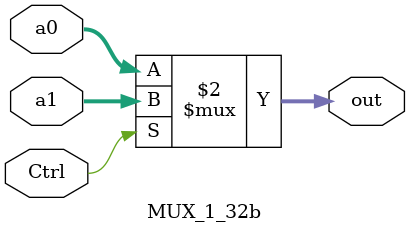
<source format=v>
`timescale 1ns / 1ps

//EXT_op
module MUX_2_16b(a0,a1,a2,a3,Ctrl,out);
	input [31:0] a0,a1,a2,a3;
	input [1:0] Ctrl;
	output [31:0] out;
	wire [31:0] out;
	assign out = (Ctrl == 2'b00) ? a0:
				    (Ctrl == 2'b01) ? a1:
				    (Ctrl == 2'b10) ? a2:
				    (Ctrl == 2'b11) ? a3:
				 				       32'b0;

endmodule

//MemtoReg,Pc_Src
module MUX_2_32b(a0,a1,a2,a3,Ctrl,out);
input [31:0] a0,a1,a2,a3;
input [1:0] Ctrl;
output [31:0] out;
wire [31:0] out;
assign out = (Ctrl == 2'b00) ? a0:
			 (Ctrl == 2'b01) ? a1:
			 (Ctrl == 2'b10) ? a2:
			 (Ctrl == 2'b11) ? a3:
			 				32'b0;
endmodule

//Reg_dst
module MUX_2_5b(a0,a1,a2,Ctrl,out);
input [4:0] a0,a1,a2;
input [1:0] Ctrl;
output [4:0] out;
wire [4:0] out;

assign out = (Ctrl == 2'b00) ? a0:
			 (Ctrl == 2'b01) ? a1:
			 (Ctrl == 2'b10) ? a2:
			 				 5'b0;
endmodule


//ALU_Src
module MUX_1_32b(a0,a1,Ctrl,out);
input [31:0] a0,a1;
input Ctrl;
output [31:0] out;
wire [31:0] out;

assign out = (Ctrl == 1) ? a1:a0;
endmodule

		                   
</source>
